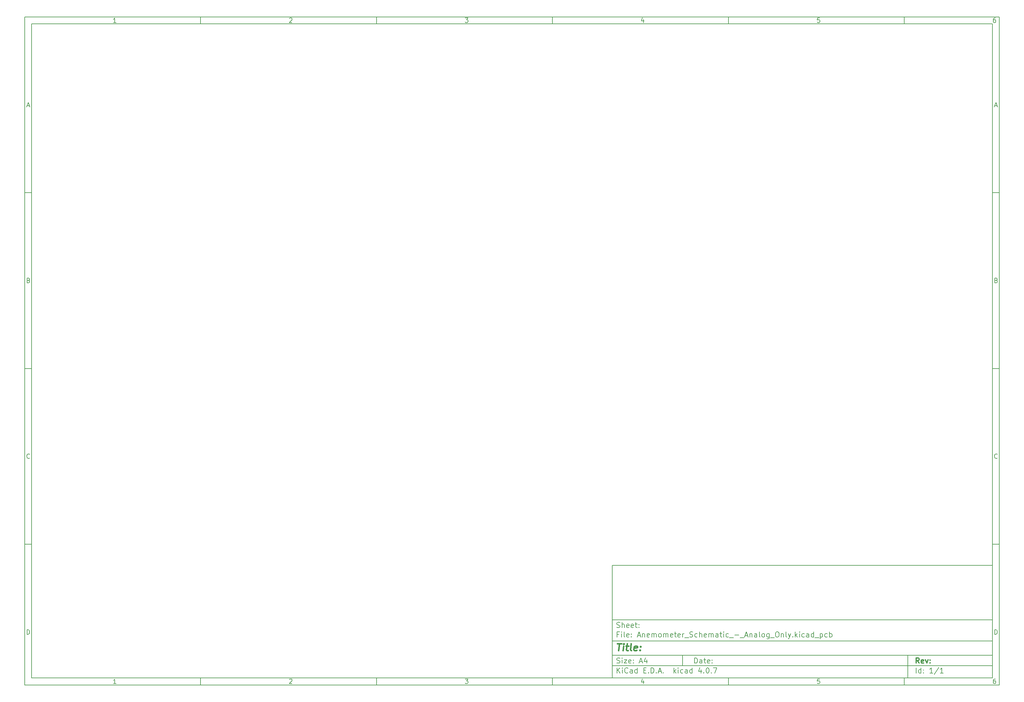
<source format=gbr>
G04 #@! TF.FileFunction,Other,User*
%FSLAX46Y46*%
G04 Gerber Fmt 4.6, Leading zero omitted, Abs format (unit mm)*
G04 Created by KiCad (PCBNEW 4.0.7) date Monday, February 19, 2018 'AMt' 09:37:46 AM*
%MOMM*%
%LPD*%
G01*
G04 APERTURE LIST*
%ADD10C,0.100000*%
%ADD11C,0.150000*%
%ADD12C,0.300000*%
%ADD13C,0.400000*%
G04 APERTURE END LIST*
D10*
D11*
X177002200Y-166007200D02*
X177002200Y-198007200D01*
X285002200Y-198007200D01*
X285002200Y-166007200D01*
X177002200Y-166007200D01*
D10*
D11*
X10000000Y-10000000D02*
X10000000Y-200007200D01*
X287002200Y-200007200D01*
X287002200Y-10000000D01*
X10000000Y-10000000D01*
D10*
D11*
X12000000Y-12000000D02*
X12000000Y-198007200D01*
X285002200Y-198007200D01*
X285002200Y-12000000D01*
X12000000Y-12000000D01*
D10*
D11*
X60000000Y-12000000D02*
X60000000Y-10000000D01*
D10*
D11*
X110000000Y-12000000D02*
X110000000Y-10000000D01*
D10*
D11*
X160000000Y-12000000D02*
X160000000Y-10000000D01*
D10*
D11*
X210000000Y-12000000D02*
X210000000Y-10000000D01*
D10*
D11*
X260000000Y-12000000D02*
X260000000Y-10000000D01*
D10*
D11*
X35990476Y-11588095D02*
X35247619Y-11588095D01*
X35619048Y-11588095D02*
X35619048Y-10288095D01*
X35495238Y-10473810D01*
X35371429Y-10597619D01*
X35247619Y-10659524D01*
D10*
D11*
X85247619Y-10411905D02*
X85309524Y-10350000D01*
X85433333Y-10288095D01*
X85742857Y-10288095D01*
X85866667Y-10350000D01*
X85928571Y-10411905D01*
X85990476Y-10535714D01*
X85990476Y-10659524D01*
X85928571Y-10845238D01*
X85185714Y-11588095D01*
X85990476Y-11588095D01*
D10*
D11*
X135185714Y-10288095D02*
X135990476Y-10288095D01*
X135557143Y-10783333D01*
X135742857Y-10783333D01*
X135866667Y-10845238D01*
X135928571Y-10907143D01*
X135990476Y-11030952D01*
X135990476Y-11340476D01*
X135928571Y-11464286D01*
X135866667Y-11526190D01*
X135742857Y-11588095D01*
X135371429Y-11588095D01*
X135247619Y-11526190D01*
X135185714Y-11464286D01*
D10*
D11*
X185866667Y-10721429D02*
X185866667Y-11588095D01*
X185557143Y-10226190D02*
X185247619Y-11154762D01*
X186052381Y-11154762D01*
D10*
D11*
X235928571Y-10288095D02*
X235309524Y-10288095D01*
X235247619Y-10907143D01*
X235309524Y-10845238D01*
X235433333Y-10783333D01*
X235742857Y-10783333D01*
X235866667Y-10845238D01*
X235928571Y-10907143D01*
X235990476Y-11030952D01*
X235990476Y-11340476D01*
X235928571Y-11464286D01*
X235866667Y-11526190D01*
X235742857Y-11588095D01*
X235433333Y-11588095D01*
X235309524Y-11526190D01*
X235247619Y-11464286D01*
D10*
D11*
X285866667Y-10288095D02*
X285619048Y-10288095D01*
X285495238Y-10350000D01*
X285433333Y-10411905D01*
X285309524Y-10597619D01*
X285247619Y-10845238D01*
X285247619Y-11340476D01*
X285309524Y-11464286D01*
X285371429Y-11526190D01*
X285495238Y-11588095D01*
X285742857Y-11588095D01*
X285866667Y-11526190D01*
X285928571Y-11464286D01*
X285990476Y-11340476D01*
X285990476Y-11030952D01*
X285928571Y-10907143D01*
X285866667Y-10845238D01*
X285742857Y-10783333D01*
X285495238Y-10783333D01*
X285371429Y-10845238D01*
X285309524Y-10907143D01*
X285247619Y-11030952D01*
D10*
D11*
X60000000Y-198007200D02*
X60000000Y-200007200D01*
D10*
D11*
X110000000Y-198007200D02*
X110000000Y-200007200D01*
D10*
D11*
X160000000Y-198007200D02*
X160000000Y-200007200D01*
D10*
D11*
X210000000Y-198007200D02*
X210000000Y-200007200D01*
D10*
D11*
X260000000Y-198007200D02*
X260000000Y-200007200D01*
D10*
D11*
X35990476Y-199595295D02*
X35247619Y-199595295D01*
X35619048Y-199595295D02*
X35619048Y-198295295D01*
X35495238Y-198481010D01*
X35371429Y-198604819D01*
X35247619Y-198666724D01*
D10*
D11*
X85247619Y-198419105D02*
X85309524Y-198357200D01*
X85433333Y-198295295D01*
X85742857Y-198295295D01*
X85866667Y-198357200D01*
X85928571Y-198419105D01*
X85990476Y-198542914D01*
X85990476Y-198666724D01*
X85928571Y-198852438D01*
X85185714Y-199595295D01*
X85990476Y-199595295D01*
D10*
D11*
X135185714Y-198295295D02*
X135990476Y-198295295D01*
X135557143Y-198790533D01*
X135742857Y-198790533D01*
X135866667Y-198852438D01*
X135928571Y-198914343D01*
X135990476Y-199038152D01*
X135990476Y-199347676D01*
X135928571Y-199471486D01*
X135866667Y-199533390D01*
X135742857Y-199595295D01*
X135371429Y-199595295D01*
X135247619Y-199533390D01*
X135185714Y-199471486D01*
D10*
D11*
X185866667Y-198728629D02*
X185866667Y-199595295D01*
X185557143Y-198233390D02*
X185247619Y-199161962D01*
X186052381Y-199161962D01*
D10*
D11*
X235928571Y-198295295D02*
X235309524Y-198295295D01*
X235247619Y-198914343D01*
X235309524Y-198852438D01*
X235433333Y-198790533D01*
X235742857Y-198790533D01*
X235866667Y-198852438D01*
X235928571Y-198914343D01*
X235990476Y-199038152D01*
X235990476Y-199347676D01*
X235928571Y-199471486D01*
X235866667Y-199533390D01*
X235742857Y-199595295D01*
X235433333Y-199595295D01*
X235309524Y-199533390D01*
X235247619Y-199471486D01*
D10*
D11*
X285866667Y-198295295D02*
X285619048Y-198295295D01*
X285495238Y-198357200D01*
X285433333Y-198419105D01*
X285309524Y-198604819D01*
X285247619Y-198852438D01*
X285247619Y-199347676D01*
X285309524Y-199471486D01*
X285371429Y-199533390D01*
X285495238Y-199595295D01*
X285742857Y-199595295D01*
X285866667Y-199533390D01*
X285928571Y-199471486D01*
X285990476Y-199347676D01*
X285990476Y-199038152D01*
X285928571Y-198914343D01*
X285866667Y-198852438D01*
X285742857Y-198790533D01*
X285495238Y-198790533D01*
X285371429Y-198852438D01*
X285309524Y-198914343D01*
X285247619Y-199038152D01*
D10*
D11*
X10000000Y-60000000D02*
X12000000Y-60000000D01*
D10*
D11*
X10000000Y-110000000D02*
X12000000Y-110000000D01*
D10*
D11*
X10000000Y-160000000D02*
X12000000Y-160000000D01*
D10*
D11*
X10690476Y-35216667D02*
X11309524Y-35216667D01*
X10566667Y-35588095D02*
X11000000Y-34288095D01*
X11433333Y-35588095D01*
D10*
D11*
X11092857Y-84907143D02*
X11278571Y-84969048D01*
X11340476Y-85030952D01*
X11402381Y-85154762D01*
X11402381Y-85340476D01*
X11340476Y-85464286D01*
X11278571Y-85526190D01*
X11154762Y-85588095D01*
X10659524Y-85588095D01*
X10659524Y-84288095D01*
X11092857Y-84288095D01*
X11216667Y-84350000D01*
X11278571Y-84411905D01*
X11340476Y-84535714D01*
X11340476Y-84659524D01*
X11278571Y-84783333D01*
X11216667Y-84845238D01*
X11092857Y-84907143D01*
X10659524Y-84907143D01*
D10*
D11*
X11402381Y-135464286D02*
X11340476Y-135526190D01*
X11154762Y-135588095D01*
X11030952Y-135588095D01*
X10845238Y-135526190D01*
X10721429Y-135402381D01*
X10659524Y-135278571D01*
X10597619Y-135030952D01*
X10597619Y-134845238D01*
X10659524Y-134597619D01*
X10721429Y-134473810D01*
X10845238Y-134350000D01*
X11030952Y-134288095D01*
X11154762Y-134288095D01*
X11340476Y-134350000D01*
X11402381Y-134411905D01*
D10*
D11*
X10659524Y-185588095D02*
X10659524Y-184288095D01*
X10969048Y-184288095D01*
X11154762Y-184350000D01*
X11278571Y-184473810D01*
X11340476Y-184597619D01*
X11402381Y-184845238D01*
X11402381Y-185030952D01*
X11340476Y-185278571D01*
X11278571Y-185402381D01*
X11154762Y-185526190D01*
X10969048Y-185588095D01*
X10659524Y-185588095D01*
D10*
D11*
X287002200Y-60000000D02*
X285002200Y-60000000D01*
D10*
D11*
X287002200Y-110000000D02*
X285002200Y-110000000D01*
D10*
D11*
X287002200Y-160000000D02*
X285002200Y-160000000D01*
D10*
D11*
X285692676Y-35216667D02*
X286311724Y-35216667D01*
X285568867Y-35588095D02*
X286002200Y-34288095D01*
X286435533Y-35588095D01*
D10*
D11*
X286095057Y-84907143D02*
X286280771Y-84969048D01*
X286342676Y-85030952D01*
X286404581Y-85154762D01*
X286404581Y-85340476D01*
X286342676Y-85464286D01*
X286280771Y-85526190D01*
X286156962Y-85588095D01*
X285661724Y-85588095D01*
X285661724Y-84288095D01*
X286095057Y-84288095D01*
X286218867Y-84350000D01*
X286280771Y-84411905D01*
X286342676Y-84535714D01*
X286342676Y-84659524D01*
X286280771Y-84783333D01*
X286218867Y-84845238D01*
X286095057Y-84907143D01*
X285661724Y-84907143D01*
D10*
D11*
X286404581Y-135464286D02*
X286342676Y-135526190D01*
X286156962Y-135588095D01*
X286033152Y-135588095D01*
X285847438Y-135526190D01*
X285723629Y-135402381D01*
X285661724Y-135278571D01*
X285599819Y-135030952D01*
X285599819Y-134845238D01*
X285661724Y-134597619D01*
X285723629Y-134473810D01*
X285847438Y-134350000D01*
X286033152Y-134288095D01*
X286156962Y-134288095D01*
X286342676Y-134350000D01*
X286404581Y-134411905D01*
D10*
D11*
X285661724Y-185588095D02*
X285661724Y-184288095D01*
X285971248Y-184288095D01*
X286156962Y-184350000D01*
X286280771Y-184473810D01*
X286342676Y-184597619D01*
X286404581Y-184845238D01*
X286404581Y-185030952D01*
X286342676Y-185278571D01*
X286280771Y-185402381D01*
X286156962Y-185526190D01*
X285971248Y-185588095D01*
X285661724Y-185588095D01*
D10*
D11*
X200359343Y-193785771D02*
X200359343Y-192285771D01*
X200716486Y-192285771D01*
X200930771Y-192357200D01*
X201073629Y-192500057D01*
X201145057Y-192642914D01*
X201216486Y-192928629D01*
X201216486Y-193142914D01*
X201145057Y-193428629D01*
X201073629Y-193571486D01*
X200930771Y-193714343D01*
X200716486Y-193785771D01*
X200359343Y-193785771D01*
X202502200Y-193785771D02*
X202502200Y-193000057D01*
X202430771Y-192857200D01*
X202287914Y-192785771D01*
X202002200Y-192785771D01*
X201859343Y-192857200D01*
X202502200Y-193714343D02*
X202359343Y-193785771D01*
X202002200Y-193785771D01*
X201859343Y-193714343D01*
X201787914Y-193571486D01*
X201787914Y-193428629D01*
X201859343Y-193285771D01*
X202002200Y-193214343D01*
X202359343Y-193214343D01*
X202502200Y-193142914D01*
X203002200Y-192785771D02*
X203573629Y-192785771D01*
X203216486Y-192285771D02*
X203216486Y-193571486D01*
X203287914Y-193714343D01*
X203430772Y-193785771D01*
X203573629Y-193785771D01*
X204645057Y-193714343D02*
X204502200Y-193785771D01*
X204216486Y-193785771D01*
X204073629Y-193714343D01*
X204002200Y-193571486D01*
X204002200Y-193000057D01*
X204073629Y-192857200D01*
X204216486Y-192785771D01*
X204502200Y-192785771D01*
X204645057Y-192857200D01*
X204716486Y-193000057D01*
X204716486Y-193142914D01*
X204002200Y-193285771D01*
X205359343Y-193642914D02*
X205430771Y-193714343D01*
X205359343Y-193785771D01*
X205287914Y-193714343D01*
X205359343Y-193642914D01*
X205359343Y-193785771D01*
X205359343Y-192857200D02*
X205430771Y-192928629D01*
X205359343Y-193000057D01*
X205287914Y-192928629D01*
X205359343Y-192857200D01*
X205359343Y-193000057D01*
D10*
D11*
X177002200Y-194507200D02*
X285002200Y-194507200D01*
D10*
D11*
X178359343Y-196585771D02*
X178359343Y-195085771D01*
X179216486Y-196585771D02*
X178573629Y-195728629D01*
X179216486Y-195085771D02*
X178359343Y-195942914D01*
X179859343Y-196585771D02*
X179859343Y-195585771D01*
X179859343Y-195085771D02*
X179787914Y-195157200D01*
X179859343Y-195228629D01*
X179930771Y-195157200D01*
X179859343Y-195085771D01*
X179859343Y-195228629D01*
X181430772Y-196442914D02*
X181359343Y-196514343D01*
X181145057Y-196585771D01*
X181002200Y-196585771D01*
X180787915Y-196514343D01*
X180645057Y-196371486D01*
X180573629Y-196228629D01*
X180502200Y-195942914D01*
X180502200Y-195728629D01*
X180573629Y-195442914D01*
X180645057Y-195300057D01*
X180787915Y-195157200D01*
X181002200Y-195085771D01*
X181145057Y-195085771D01*
X181359343Y-195157200D01*
X181430772Y-195228629D01*
X182716486Y-196585771D02*
X182716486Y-195800057D01*
X182645057Y-195657200D01*
X182502200Y-195585771D01*
X182216486Y-195585771D01*
X182073629Y-195657200D01*
X182716486Y-196514343D02*
X182573629Y-196585771D01*
X182216486Y-196585771D01*
X182073629Y-196514343D01*
X182002200Y-196371486D01*
X182002200Y-196228629D01*
X182073629Y-196085771D01*
X182216486Y-196014343D01*
X182573629Y-196014343D01*
X182716486Y-195942914D01*
X184073629Y-196585771D02*
X184073629Y-195085771D01*
X184073629Y-196514343D02*
X183930772Y-196585771D01*
X183645058Y-196585771D01*
X183502200Y-196514343D01*
X183430772Y-196442914D01*
X183359343Y-196300057D01*
X183359343Y-195871486D01*
X183430772Y-195728629D01*
X183502200Y-195657200D01*
X183645058Y-195585771D01*
X183930772Y-195585771D01*
X184073629Y-195657200D01*
X185930772Y-195800057D02*
X186430772Y-195800057D01*
X186645058Y-196585771D02*
X185930772Y-196585771D01*
X185930772Y-195085771D01*
X186645058Y-195085771D01*
X187287915Y-196442914D02*
X187359343Y-196514343D01*
X187287915Y-196585771D01*
X187216486Y-196514343D01*
X187287915Y-196442914D01*
X187287915Y-196585771D01*
X188002201Y-196585771D02*
X188002201Y-195085771D01*
X188359344Y-195085771D01*
X188573629Y-195157200D01*
X188716487Y-195300057D01*
X188787915Y-195442914D01*
X188859344Y-195728629D01*
X188859344Y-195942914D01*
X188787915Y-196228629D01*
X188716487Y-196371486D01*
X188573629Y-196514343D01*
X188359344Y-196585771D01*
X188002201Y-196585771D01*
X189502201Y-196442914D02*
X189573629Y-196514343D01*
X189502201Y-196585771D01*
X189430772Y-196514343D01*
X189502201Y-196442914D01*
X189502201Y-196585771D01*
X190145058Y-196157200D02*
X190859344Y-196157200D01*
X190002201Y-196585771D02*
X190502201Y-195085771D01*
X191002201Y-196585771D01*
X191502201Y-196442914D02*
X191573629Y-196514343D01*
X191502201Y-196585771D01*
X191430772Y-196514343D01*
X191502201Y-196442914D01*
X191502201Y-196585771D01*
X194502201Y-196585771D02*
X194502201Y-195085771D01*
X194645058Y-196014343D02*
X195073629Y-196585771D01*
X195073629Y-195585771D02*
X194502201Y-196157200D01*
X195716487Y-196585771D02*
X195716487Y-195585771D01*
X195716487Y-195085771D02*
X195645058Y-195157200D01*
X195716487Y-195228629D01*
X195787915Y-195157200D01*
X195716487Y-195085771D01*
X195716487Y-195228629D01*
X197073630Y-196514343D02*
X196930773Y-196585771D01*
X196645059Y-196585771D01*
X196502201Y-196514343D01*
X196430773Y-196442914D01*
X196359344Y-196300057D01*
X196359344Y-195871486D01*
X196430773Y-195728629D01*
X196502201Y-195657200D01*
X196645059Y-195585771D01*
X196930773Y-195585771D01*
X197073630Y-195657200D01*
X198359344Y-196585771D02*
X198359344Y-195800057D01*
X198287915Y-195657200D01*
X198145058Y-195585771D01*
X197859344Y-195585771D01*
X197716487Y-195657200D01*
X198359344Y-196514343D02*
X198216487Y-196585771D01*
X197859344Y-196585771D01*
X197716487Y-196514343D01*
X197645058Y-196371486D01*
X197645058Y-196228629D01*
X197716487Y-196085771D01*
X197859344Y-196014343D01*
X198216487Y-196014343D01*
X198359344Y-195942914D01*
X199716487Y-196585771D02*
X199716487Y-195085771D01*
X199716487Y-196514343D02*
X199573630Y-196585771D01*
X199287916Y-196585771D01*
X199145058Y-196514343D01*
X199073630Y-196442914D01*
X199002201Y-196300057D01*
X199002201Y-195871486D01*
X199073630Y-195728629D01*
X199145058Y-195657200D01*
X199287916Y-195585771D01*
X199573630Y-195585771D01*
X199716487Y-195657200D01*
X202216487Y-195585771D02*
X202216487Y-196585771D01*
X201859344Y-195014343D02*
X201502201Y-196085771D01*
X202430773Y-196085771D01*
X203002201Y-196442914D02*
X203073629Y-196514343D01*
X203002201Y-196585771D01*
X202930772Y-196514343D01*
X203002201Y-196442914D01*
X203002201Y-196585771D01*
X204002201Y-195085771D02*
X204145058Y-195085771D01*
X204287915Y-195157200D01*
X204359344Y-195228629D01*
X204430773Y-195371486D01*
X204502201Y-195657200D01*
X204502201Y-196014343D01*
X204430773Y-196300057D01*
X204359344Y-196442914D01*
X204287915Y-196514343D01*
X204145058Y-196585771D01*
X204002201Y-196585771D01*
X203859344Y-196514343D01*
X203787915Y-196442914D01*
X203716487Y-196300057D01*
X203645058Y-196014343D01*
X203645058Y-195657200D01*
X203716487Y-195371486D01*
X203787915Y-195228629D01*
X203859344Y-195157200D01*
X204002201Y-195085771D01*
X205145058Y-196442914D02*
X205216486Y-196514343D01*
X205145058Y-196585771D01*
X205073629Y-196514343D01*
X205145058Y-196442914D01*
X205145058Y-196585771D01*
X205716487Y-195085771D02*
X206716487Y-195085771D01*
X206073630Y-196585771D01*
D10*
D11*
X177002200Y-191507200D02*
X285002200Y-191507200D01*
D10*
D12*
X264216486Y-193785771D02*
X263716486Y-193071486D01*
X263359343Y-193785771D02*
X263359343Y-192285771D01*
X263930771Y-192285771D01*
X264073629Y-192357200D01*
X264145057Y-192428629D01*
X264216486Y-192571486D01*
X264216486Y-192785771D01*
X264145057Y-192928629D01*
X264073629Y-193000057D01*
X263930771Y-193071486D01*
X263359343Y-193071486D01*
X265430771Y-193714343D02*
X265287914Y-193785771D01*
X265002200Y-193785771D01*
X264859343Y-193714343D01*
X264787914Y-193571486D01*
X264787914Y-193000057D01*
X264859343Y-192857200D01*
X265002200Y-192785771D01*
X265287914Y-192785771D01*
X265430771Y-192857200D01*
X265502200Y-193000057D01*
X265502200Y-193142914D01*
X264787914Y-193285771D01*
X266002200Y-192785771D02*
X266359343Y-193785771D01*
X266716485Y-192785771D01*
X267287914Y-193642914D02*
X267359342Y-193714343D01*
X267287914Y-193785771D01*
X267216485Y-193714343D01*
X267287914Y-193642914D01*
X267287914Y-193785771D01*
X267287914Y-192857200D02*
X267359342Y-192928629D01*
X267287914Y-193000057D01*
X267216485Y-192928629D01*
X267287914Y-192857200D01*
X267287914Y-193000057D01*
D10*
D11*
X178287914Y-193714343D02*
X178502200Y-193785771D01*
X178859343Y-193785771D01*
X179002200Y-193714343D01*
X179073629Y-193642914D01*
X179145057Y-193500057D01*
X179145057Y-193357200D01*
X179073629Y-193214343D01*
X179002200Y-193142914D01*
X178859343Y-193071486D01*
X178573629Y-193000057D01*
X178430771Y-192928629D01*
X178359343Y-192857200D01*
X178287914Y-192714343D01*
X178287914Y-192571486D01*
X178359343Y-192428629D01*
X178430771Y-192357200D01*
X178573629Y-192285771D01*
X178930771Y-192285771D01*
X179145057Y-192357200D01*
X179787914Y-193785771D02*
X179787914Y-192785771D01*
X179787914Y-192285771D02*
X179716485Y-192357200D01*
X179787914Y-192428629D01*
X179859342Y-192357200D01*
X179787914Y-192285771D01*
X179787914Y-192428629D01*
X180359343Y-192785771D02*
X181145057Y-192785771D01*
X180359343Y-193785771D01*
X181145057Y-193785771D01*
X182287914Y-193714343D02*
X182145057Y-193785771D01*
X181859343Y-193785771D01*
X181716486Y-193714343D01*
X181645057Y-193571486D01*
X181645057Y-193000057D01*
X181716486Y-192857200D01*
X181859343Y-192785771D01*
X182145057Y-192785771D01*
X182287914Y-192857200D01*
X182359343Y-193000057D01*
X182359343Y-193142914D01*
X181645057Y-193285771D01*
X183002200Y-193642914D02*
X183073628Y-193714343D01*
X183002200Y-193785771D01*
X182930771Y-193714343D01*
X183002200Y-193642914D01*
X183002200Y-193785771D01*
X183002200Y-192857200D02*
X183073628Y-192928629D01*
X183002200Y-193000057D01*
X182930771Y-192928629D01*
X183002200Y-192857200D01*
X183002200Y-193000057D01*
X184787914Y-193357200D02*
X185502200Y-193357200D01*
X184645057Y-193785771D02*
X185145057Y-192285771D01*
X185645057Y-193785771D01*
X186787914Y-192785771D02*
X186787914Y-193785771D01*
X186430771Y-192214343D02*
X186073628Y-193285771D01*
X187002200Y-193285771D01*
D10*
D11*
X263359343Y-196585771D02*
X263359343Y-195085771D01*
X264716486Y-196585771D02*
X264716486Y-195085771D01*
X264716486Y-196514343D02*
X264573629Y-196585771D01*
X264287915Y-196585771D01*
X264145057Y-196514343D01*
X264073629Y-196442914D01*
X264002200Y-196300057D01*
X264002200Y-195871486D01*
X264073629Y-195728629D01*
X264145057Y-195657200D01*
X264287915Y-195585771D01*
X264573629Y-195585771D01*
X264716486Y-195657200D01*
X265430772Y-196442914D02*
X265502200Y-196514343D01*
X265430772Y-196585771D01*
X265359343Y-196514343D01*
X265430772Y-196442914D01*
X265430772Y-196585771D01*
X265430772Y-195657200D02*
X265502200Y-195728629D01*
X265430772Y-195800057D01*
X265359343Y-195728629D01*
X265430772Y-195657200D01*
X265430772Y-195800057D01*
X268073629Y-196585771D02*
X267216486Y-196585771D01*
X267645058Y-196585771D02*
X267645058Y-195085771D01*
X267502201Y-195300057D01*
X267359343Y-195442914D01*
X267216486Y-195514343D01*
X269787914Y-195014343D02*
X268502200Y-196942914D01*
X271073629Y-196585771D02*
X270216486Y-196585771D01*
X270645058Y-196585771D02*
X270645058Y-195085771D01*
X270502201Y-195300057D01*
X270359343Y-195442914D01*
X270216486Y-195514343D01*
D10*
D11*
X177002200Y-187507200D02*
X285002200Y-187507200D01*
D10*
D13*
X178454581Y-188211962D02*
X179597438Y-188211962D01*
X178776010Y-190211962D02*
X179026010Y-188211962D01*
X180014105Y-190211962D02*
X180180771Y-188878629D01*
X180264105Y-188211962D02*
X180156962Y-188307200D01*
X180240295Y-188402438D01*
X180347439Y-188307200D01*
X180264105Y-188211962D01*
X180240295Y-188402438D01*
X180847438Y-188878629D02*
X181609343Y-188878629D01*
X181216486Y-188211962D02*
X181002200Y-189926248D01*
X181073630Y-190116724D01*
X181252201Y-190211962D01*
X181442677Y-190211962D01*
X182395058Y-190211962D02*
X182216487Y-190116724D01*
X182145057Y-189926248D01*
X182359343Y-188211962D01*
X183930772Y-190116724D02*
X183728391Y-190211962D01*
X183347439Y-190211962D01*
X183168867Y-190116724D01*
X183097438Y-189926248D01*
X183192676Y-189164343D01*
X183311724Y-188973867D01*
X183514105Y-188878629D01*
X183895057Y-188878629D01*
X184073629Y-188973867D01*
X184145057Y-189164343D01*
X184121248Y-189354819D01*
X183145057Y-189545295D01*
X184895057Y-190021486D02*
X184978392Y-190116724D01*
X184871248Y-190211962D01*
X184787915Y-190116724D01*
X184895057Y-190021486D01*
X184871248Y-190211962D01*
X185026010Y-188973867D02*
X185109344Y-189069105D01*
X185002200Y-189164343D01*
X184918867Y-189069105D01*
X185026010Y-188973867D01*
X185002200Y-189164343D01*
D10*
D11*
X178859343Y-185600057D02*
X178359343Y-185600057D01*
X178359343Y-186385771D02*
X178359343Y-184885771D01*
X179073629Y-184885771D01*
X179645057Y-186385771D02*
X179645057Y-185385771D01*
X179645057Y-184885771D02*
X179573628Y-184957200D01*
X179645057Y-185028629D01*
X179716485Y-184957200D01*
X179645057Y-184885771D01*
X179645057Y-185028629D01*
X180573629Y-186385771D02*
X180430771Y-186314343D01*
X180359343Y-186171486D01*
X180359343Y-184885771D01*
X181716485Y-186314343D02*
X181573628Y-186385771D01*
X181287914Y-186385771D01*
X181145057Y-186314343D01*
X181073628Y-186171486D01*
X181073628Y-185600057D01*
X181145057Y-185457200D01*
X181287914Y-185385771D01*
X181573628Y-185385771D01*
X181716485Y-185457200D01*
X181787914Y-185600057D01*
X181787914Y-185742914D01*
X181073628Y-185885771D01*
X182430771Y-186242914D02*
X182502199Y-186314343D01*
X182430771Y-186385771D01*
X182359342Y-186314343D01*
X182430771Y-186242914D01*
X182430771Y-186385771D01*
X182430771Y-185457200D02*
X182502199Y-185528629D01*
X182430771Y-185600057D01*
X182359342Y-185528629D01*
X182430771Y-185457200D01*
X182430771Y-185600057D01*
X184216485Y-185957200D02*
X184930771Y-185957200D01*
X184073628Y-186385771D02*
X184573628Y-184885771D01*
X185073628Y-186385771D01*
X185573628Y-185385771D02*
X185573628Y-186385771D01*
X185573628Y-185528629D02*
X185645056Y-185457200D01*
X185787914Y-185385771D01*
X186002199Y-185385771D01*
X186145056Y-185457200D01*
X186216485Y-185600057D01*
X186216485Y-186385771D01*
X187502199Y-186314343D02*
X187359342Y-186385771D01*
X187073628Y-186385771D01*
X186930771Y-186314343D01*
X186859342Y-186171486D01*
X186859342Y-185600057D01*
X186930771Y-185457200D01*
X187073628Y-185385771D01*
X187359342Y-185385771D01*
X187502199Y-185457200D01*
X187573628Y-185600057D01*
X187573628Y-185742914D01*
X186859342Y-185885771D01*
X188216485Y-186385771D02*
X188216485Y-185385771D01*
X188216485Y-185528629D02*
X188287913Y-185457200D01*
X188430771Y-185385771D01*
X188645056Y-185385771D01*
X188787913Y-185457200D01*
X188859342Y-185600057D01*
X188859342Y-186385771D01*
X188859342Y-185600057D02*
X188930771Y-185457200D01*
X189073628Y-185385771D01*
X189287913Y-185385771D01*
X189430771Y-185457200D01*
X189502199Y-185600057D01*
X189502199Y-186385771D01*
X190430771Y-186385771D02*
X190287913Y-186314343D01*
X190216485Y-186242914D01*
X190145056Y-186100057D01*
X190145056Y-185671486D01*
X190216485Y-185528629D01*
X190287913Y-185457200D01*
X190430771Y-185385771D01*
X190645056Y-185385771D01*
X190787913Y-185457200D01*
X190859342Y-185528629D01*
X190930771Y-185671486D01*
X190930771Y-186100057D01*
X190859342Y-186242914D01*
X190787913Y-186314343D01*
X190645056Y-186385771D01*
X190430771Y-186385771D01*
X191573628Y-186385771D02*
X191573628Y-185385771D01*
X191573628Y-185528629D02*
X191645056Y-185457200D01*
X191787914Y-185385771D01*
X192002199Y-185385771D01*
X192145056Y-185457200D01*
X192216485Y-185600057D01*
X192216485Y-186385771D01*
X192216485Y-185600057D02*
X192287914Y-185457200D01*
X192430771Y-185385771D01*
X192645056Y-185385771D01*
X192787914Y-185457200D01*
X192859342Y-185600057D01*
X192859342Y-186385771D01*
X194145056Y-186314343D02*
X194002199Y-186385771D01*
X193716485Y-186385771D01*
X193573628Y-186314343D01*
X193502199Y-186171486D01*
X193502199Y-185600057D01*
X193573628Y-185457200D01*
X193716485Y-185385771D01*
X194002199Y-185385771D01*
X194145056Y-185457200D01*
X194216485Y-185600057D01*
X194216485Y-185742914D01*
X193502199Y-185885771D01*
X194645056Y-185385771D02*
X195216485Y-185385771D01*
X194859342Y-184885771D02*
X194859342Y-186171486D01*
X194930770Y-186314343D01*
X195073628Y-186385771D01*
X195216485Y-186385771D01*
X196287913Y-186314343D02*
X196145056Y-186385771D01*
X195859342Y-186385771D01*
X195716485Y-186314343D01*
X195645056Y-186171486D01*
X195645056Y-185600057D01*
X195716485Y-185457200D01*
X195859342Y-185385771D01*
X196145056Y-185385771D01*
X196287913Y-185457200D01*
X196359342Y-185600057D01*
X196359342Y-185742914D01*
X195645056Y-185885771D01*
X197002199Y-186385771D02*
X197002199Y-185385771D01*
X197002199Y-185671486D02*
X197073627Y-185528629D01*
X197145056Y-185457200D01*
X197287913Y-185385771D01*
X197430770Y-185385771D01*
X197573627Y-186528629D02*
X198716484Y-186528629D01*
X199002198Y-186314343D02*
X199216484Y-186385771D01*
X199573627Y-186385771D01*
X199716484Y-186314343D01*
X199787913Y-186242914D01*
X199859341Y-186100057D01*
X199859341Y-185957200D01*
X199787913Y-185814343D01*
X199716484Y-185742914D01*
X199573627Y-185671486D01*
X199287913Y-185600057D01*
X199145055Y-185528629D01*
X199073627Y-185457200D01*
X199002198Y-185314343D01*
X199002198Y-185171486D01*
X199073627Y-185028629D01*
X199145055Y-184957200D01*
X199287913Y-184885771D01*
X199645055Y-184885771D01*
X199859341Y-184957200D01*
X201145055Y-186314343D02*
X201002198Y-186385771D01*
X200716484Y-186385771D01*
X200573626Y-186314343D01*
X200502198Y-186242914D01*
X200430769Y-186100057D01*
X200430769Y-185671486D01*
X200502198Y-185528629D01*
X200573626Y-185457200D01*
X200716484Y-185385771D01*
X201002198Y-185385771D01*
X201145055Y-185457200D01*
X201787912Y-186385771D02*
X201787912Y-184885771D01*
X202430769Y-186385771D02*
X202430769Y-185600057D01*
X202359340Y-185457200D01*
X202216483Y-185385771D01*
X202002198Y-185385771D01*
X201859340Y-185457200D01*
X201787912Y-185528629D01*
X203716483Y-186314343D02*
X203573626Y-186385771D01*
X203287912Y-186385771D01*
X203145055Y-186314343D01*
X203073626Y-186171486D01*
X203073626Y-185600057D01*
X203145055Y-185457200D01*
X203287912Y-185385771D01*
X203573626Y-185385771D01*
X203716483Y-185457200D01*
X203787912Y-185600057D01*
X203787912Y-185742914D01*
X203073626Y-185885771D01*
X204430769Y-186385771D02*
X204430769Y-185385771D01*
X204430769Y-185528629D02*
X204502197Y-185457200D01*
X204645055Y-185385771D01*
X204859340Y-185385771D01*
X205002197Y-185457200D01*
X205073626Y-185600057D01*
X205073626Y-186385771D01*
X205073626Y-185600057D02*
X205145055Y-185457200D01*
X205287912Y-185385771D01*
X205502197Y-185385771D01*
X205645055Y-185457200D01*
X205716483Y-185600057D01*
X205716483Y-186385771D01*
X207073626Y-186385771D02*
X207073626Y-185600057D01*
X207002197Y-185457200D01*
X206859340Y-185385771D01*
X206573626Y-185385771D01*
X206430769Y-185457200D01*
X207073626Y-186314343D02*
X206930769Y-186385771D01*
X206573626Y-186385771D01*
X206430769Y-186314343D01*
X206359340Y-186171486D01*
X206359340Y-186028629D01*
X206430769Y-185885771D01*
X206573626Y-185814343D01*
X206930769Y-185814343D01*
X207073626Y-185742914D01*
X207573626Y-185385771D02*
X208145055Y-185385771D01*
X207787912Y-184885771D02*
X207787912Y-186171486D01*
X207859340Y-186314343D01*
X208002198Y-186385771D01*
X208145055Y-186385771D01*
X208645055Y-186385771D02*
X208645055Y-185385771D01*
X208645055Y-184885771D02*
X208573626Y-184957200D01*
X208645055Y-185028629D01*
X208716483Y-184957200D01*
X208645055Y-184885771D01*
X208645055Y-185028629D01*
X210002198Y-186314343D02*
X209859341Y-186385771D01*
X209573627Y-186385771D01*
X209430769Y-186314343D01*
X209359341Y-186242914D01*
X209287912Y-186100057D01*
X209287912Y-185671486D01*
X209359341Y-185528629D01*
X209430769Y-185457200D01*
X209573627Y-185385771D01*
X209859341Y-185385771D01*
X210002198Y-185457200D01*
X210287912Y-186528629D02*
X211430769Y-186528629D01*
X211787912Y-185814343D02*
X212930769Y-185814343D01*
X213287912Y-186528629D02*
X214430769Y-186528629D01*
X214716483Y-185957200D02*
X215430769Y-185957200D01*
X214573626Y-186385771D02*
X215073626Y-184885771D01*
X215573626Y-186385771D01*
X216073626Y-185385771D02*
X216073626Y-186385771D01*
X216073626Y-185528629D02*
X216145054Y-185457200D01*
X216287912Y-185385771D01*
X216502197Y-185385771D01*
X216645054Y-185457200D01*
X216716483Y-185600057D01*
X216716483Y-186385771D01*
X218073626Y-186385771D02*
X218073626Y-185600057D01*
X218002197Y-185457200D01*
X217859340Y-185385771D01*
X217573626Y-185385771D01*
X217430769Y-185457200D01*
X218073626Y-186314343D02*
X217930769Y-186385771D01*
X217573626Y-186385771D01*
X217430769Y-186314343D01*
X217359340Y-186171486D01*
X217359340Y-186028629D01*
X217430769Y-185885771D01*
X217573626Y-185814343D01*
X217930769Y-185814343D01*
X218073626Y-185742914D01*
X219002198Y-186385771D02*
X218859340Y-186314343D01*
X218787912Y-186171486D01*
X218787912Y-184885771D01*
X219787912Y-186385771D02*
X219645054Y-186314343D01*
X219573626Y-186242914D01*
X219502197Y-186100057D01*
X219502197Y-185671486D01*
X219573626Y-185528629D01*
X219645054Y-185457200D01*
X219787912Y-185385771D01*
X220002197Y-185385771D01*
X220145054Y-185457200D01*
X220216483Y-185528629D01*
X220287912Y-185671486D01*
X220287912Y-186100057D01*
X220216483Y-186242914D01*
X220145054Y-186314343D01*
X220002197Y-186385771D01*
X219787912Y-186385771D01*
X221573626Y-185385771D02*
X221573626Y-186600057D01*
X221502197Y-186742914D01*
X221430769Y-186814343D01*
X221287912Y-186885771D01*
X221073626Y-186885771D01*
X220930769Y-186814343D01*
X221573626Y-186314343D02*
X221430769Y-186385771D01*
X221145055Y-186385771D01*
X221002197Y-186314343D01*
X220930769Y-186242914D01*
X220859340Y-186100057D01*
X220859340Y-185671486D01*
X220930769Y-185528629D01*
X221002197Y-185457200D01*
X221145055Y-185385771D01*
X221430769Y-185385771D01*
X221573626Y-185457200D01*
X221930769Y-186528629D02*
X223073626Y-186528629D01*
X223716483Y-184885771D02*
X224002197Y-184885771D01*
X224145055Y-184957200D01*
X224287912Y-185100057D01*
X224359340Y-185385771D01*
X224359340Y-185885771D01*
X224287912Y-186171486D01*
X224145055Y-186314343D01*
X224002197Y-186385771D01*
X223716483Y-186385771D01*
X223573626Y-186314343D01*
X223430769Y-186171486D01*
X223359340Y-185885771D01*
X223359340Y-185385771D01*
X223430769Y-185100057D01*
X223573626Y-184957200D01*
X223716483Y-184885771D01*
X225002198Y-185385771D02*
X225002198Y-186385771D01*
X225002198Y-185528629D02*
X225073626Y-185457200D01*
X225216484Y-185385771D01*
X225430769Y-185385771D01*
X225573626Y-185457200D01*
X225645055Y-185600057D01*
X225645055Y-186385771D01*
X226573627Y-186385771D02*
X226430769Y-186314343D01*
X226359341Y-186171486D01*
X226359341Y-184885771D01*
X227002198Y-185385771D02*
X227359341Y-186385771D01*
X227716483Y-185385771D02*
X227359341Y-186385771D01*
X227216483Y-186742914D01*
X227145055Y-186814343D01*
X227002198Y-186885771D01*
X228287912Y-186242914D02*
X228359340Y-186314343D01*
X228287912Y-186385771D01*
X228216483Y-186314343D01*
X228287912Y-186242914D01*
X228287912Y-186385771D01*
X229002198Y-186385771D02*
X229002198Y-184885771D01*
X229145055Y-185814343D02*
X229573626Y-186385771D01*
X229573626Y-185385771D02*
X229002198Y-185957200D01*
X230216484Y-186385771D02*
X230216484Y-185385771D01*
X230216484Y-184885771D02*
X230145055Y-184957200D01*
X230216484Y-185028629D01*
X230287912Y-184957200D01*
X230216484Y-184885771D01*
X230216484Y-185028629D01*
X231573627Y-186314343D02*
X231430770Y-186385771D01*
X231145056Y-186385771D01*
X231002198Y-186314343D01*
X230930770Y-186242914D01*
X230859341Y-186100057D01*
X230859341Y-185671486D01*
X230930770Y-185528629D01*
X231002198Y-185457200D01*
X231145056Y-185385771D01*
X231430770Y-185385771D01*
X231573627Y-185457200D01*
X232859341Y-186385771D02*
X232859341Y-185600057D01*
X232787912Y-185457200D01*
X232645055Y-185385771D01*
X232359341Y-185385771D01*
X232216484Y-185457200D01*
X232859341Y-186314343D02*
X232716484Y-186385771D01*
X232359341Y-186385771D01*
X232216484Y-186314343D01*
X232145055Y-186171486D01*
X232145055Y-186028629D01*
X232216484Y-185885771D01*
X232359341Y-185814343D01*
X232716484Y-185814343D01*
X232859341Y-185742914D01*
X234216484Y-186385771D02*
X234216484Y-184885771D01*
X234216484Y-186314343D02*
X234073627Y-186385771D01*
X233787913Y-186385771D01*
X233645055Y-186314343D01*
X233573627Y-186242914D01*
X233502198Y-186100057D01*
X233502198Y-185671486D01*
X233573627Y-185528629D01*
X233645055Y-185457200D01*
X233787913Y-185385771D01*
X234073627Y-185385771D01*
X234216484Y-185457200D01*
X234573627Y-186528629D02*
X235716484Y-186528629D01*
X236073627Y-185385771D02*
X236073627Y-186885771D01*
X236073627Y-185457200D02*
X236216484Y-185385771D01*
X236502198Y-185385771D01*
X236645055Y-185457200D01*
X236716484Y-185528629D01*
X236787913Y-185671486D01*
X236787913Y-186100057D01*
X236716484Y-186242914D01*
X236645055Y-186314343D01*
X236502198Y-186385771D01*
X236216484Y-186385771D01*
X236073627Y-186314343D01*
X238073627Y-186314343D02*
X237930770Y-186385771D01*
X237645056Y-186385771D01*
X237502198Y-186314343D01*
X237430770Y-186242914D01*
X237359341Y-186100057D01*
X237359341Y-185671486D01*
X237430770Y-185528629D01*
X237502198Y-185457200D01*
X237645056Y-185385771D01*
X237930770Y-185385771D01*
X238073627Y-185457200D01*
X238716484Y-186385771D02*
X238716484Y-184885771D01*
X238716484Y-185457200D02*
X238859341Y-185385771D01*
X239145055Y-185385771D01*
X239287912Y-185457200D01*
X239359341Y-185528629D01*
X239430770Y-185671486D01*
X239430770Y-186100057D01*
X239359341Y-186242914D01*
X239287912Y-186314343D01*
X239145055Y-186385771D01*
X238859341Y-186385771D01*
X238716484Y-186314343D01*
D10*
D11*
X177002200Y-181507200D02*
X285002200Y-181507200D01*
D10*
D11*
X178287914Y-183614343D02*
X178502200Y-183685771D01*
X178859343Y-183685771D01*
X179002200Y-183614343D01*
X179073629Y-183542914D01*
X179145057Y-183400057D01*
X179145057Y-183257200D01*
X179073629Y-183114343D01*
X179002200Y-183042914D01*
X178859343Y-182971486D01*
X178573629Y-182900057D01*
X178430771Y-182828629D01*
X178359343Y-182757200D01*
X178287914Y-182614343D01*
X178287914Y-182471486D01*
X178359343Y-182328629D01*
X178430771Y-182257200D01*
X178573629Y-182185771D01*
X178930771Y-182185771D01*
X179145057Y-182257200D01*
X179787914Y-183685771D02*
X179787914Y-182185771D01*
X180430771Y-183685771D02*
X180430771Y-182900057D01*
X180359342Y-182757200D01*
X180216485Y-182685771D01*
X180002200Y-182685771D01*
X179859342Y-182757200D01*
X179787914Y-182828629D01*
X181716485Y-183614343D02*
X181573628Y-183685771D01*
X181287914Y-183685771D01*
X181145057Y-183614343D01*
X181073628Y-183471486D01*
X181073628Y-182900057D01*
X181145057Y-182757200D01*
X181287914Y-182685771D01*
X181573628Y-182685771D01*
X181716485Y-182757200D01*
X181787914Y-182900057D01*
X181787914Y-183042914D01*
X181073628Y-183185771D01*
X183002199Y-183614343D02*
X182859342Y-183685771D01*
X182573628Y-183685771D01*
X182430771Y-183614343D01*
X182359342Y-183471486D01*
X182359342Y-182900057D01*
X182430771Y-182757200D01*
X182573628Y-182685771D01*
X182859342Y-182685771D01*
X183002199Y-182757200D01*
X183073628Y-182900057D01*
X183073628Y-183042914D01*
X182359342Y-183185771D01*
X183502199Y-182685771D02*
X184073628Y-182685771D01*
X183716485Y-182185771D02*
X183716485Y-183471486D01*
X183787913Y-183614343D01*
X183930771Y-183685771D01*
X184073628Y-183685771D01*
X184573628Y-183542914D02*
X184645056Y-183614343D01*
X184573628Y-183685771D01*
X184502199Y-183614343D01*
X184573628Y-183542914D01*
X184573628Y-183685771D01*
X184573628Y-182757200D02*
X184645056Y-182828629D01*
X184573628Y-182900057D01*
X184502199Y-182828629D01*
X184573628Y-182757200D01*
X184573628Y-182900057D01*
D10*
D11*
X197002200Y-191507200D02*
X197002200Y-194507200D01*
D10*
D11*
X261002200Y-191507200D02*
X261002200Y-198007200D01*
M02*

</source>
